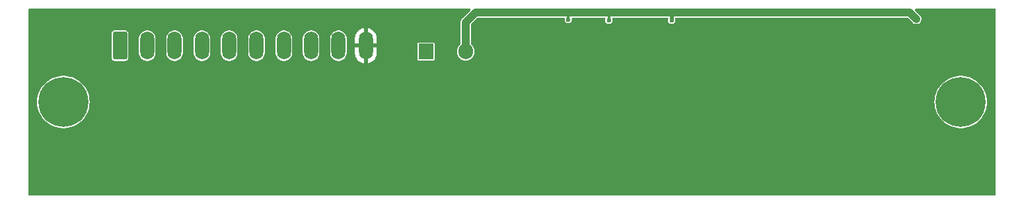
<source format=gbr>
%TF.GenerationSoftware,KiCad,Pcbnew,8.0.3*%
%TF.CreationDate,2025-03-09T15:38:32-04:00*%
%TF.ProjectId,200280rB,32303032-3830-4724-922e-6b696361645f,rev?*%
%TF.SameCoordinates,PX3473bc0PY5f5e100*%
%TF.FileFunction,Copper,L2,Bot*%
%TF.FilePolarity,Positive*%
%FSLAX46Y46*%
G04 Gerber Fmt 4.6, Leading zero omitted, Abs format (unit mm)*
G04 Created by KiCad (PCBNEW 8.0.3) date 2025-03-09 15:38:32*
%MOMM*%
%LPD*%
G01*
G04 APERTURE LIST*
G04 Aperture macros list*
%AMRoundRect*
0 Rectangle with rounded corners*
0 $1 Rounding radius*
0 $2 $3 $4 $5 $6 $7 $8 $9 X,Y pos of 4 corners*
0 Add a 4 corners polygon primitive as box body*
4,1,4,$2,$3,$4,$5,$6,$7,$8,$9,$2,$3,0*
0 Add four circle primitives for the rounded corners*
1,1,$1+$1,$2,$3*
1,1,$1+$1,$4,$5*
1,1,$1+$1,$6,$7*
1,1,$1+$1,$8,$9*
0 Add four rect primitives between the rounded corners*
20,1,$1+$1,$2,$3,$4,$5,0*
20,1,$1+$1,$4,$5,$6,$7,0*
20,1,$1+$1,$6,$7,$8,$9,0*
20,1,$1+$1,$8,$9,$2,$3,0*%
G04 Aperture macros list end*
%TA.AperFunction,ComponentPad*%
%ADD10RoundRect,0.250000X-0.650000X-1.550000X0.650000X-1.550000X0.650000X1.550000X-0.650000X1.550000X0*%
%TD*%
%TA.AperFunction,ComponentPad*%
%ADD11O,1.800000X3.600000*%
%TD*%
%TA.AperFunction,ComponentPad*%
%ADD12C,6.400000*%
%TD*%
%TA.AperFunction,ComponentPad*%
%ADD13R,1.905000X2.000000*%
%TD*%
%TA.AperFunction,ComponentPad*%
%ADD14O,1.905000X2.000000*%
%TD*%
%TA.AperFunction,ViaPad*%
%ADD15C,0.600000*%
%TD*%
%TA.AperFunction,Conductor*%
%ADD16C,0.300000*%
%TD*%
%TA.AperFunction,Conductor*%
%ADD17C,1.000000*%
%TD*%
%TA.AperFunction,Conductor*%
%ADD18C,0.500000*%
%TD*%
G04 APERTURE END LIST*
D10*
%TO.P,J1,1,Pin_1*%
%TO.N,/WallButton*%
X12250000Y19750000D03*
D11*
%TO.P,J1,2,Pin_2*%
%TO.N,unconnected-(J1-Pin_2-Pad2)*%
X15750000Y19750000D03*
%TO.P,J1,3,Pin_3*%
%TO.N,/Relay3_Motor_Opening*%
X19250000Y19750000D03*
%TO.P,J1,4,Pin_4*%
%TO.N,/Relay2_Motor_Closing*%
X22750000Y19750000D03*
%TO.P,J1,5,Pin_5*%
%TO.N,/Relay1_Light*%
X26250000Y19750000D03*
%TO.P,J1,6,Pin_6*%
%TO.N,/EndStopClosed*%
X29750000Y19750000D03*
%TO.P,J1,7,Pin_7*%
%TO.N,/EndStopOpen*%
X33250000Y19750000D03*
%TO.P,J1,8,Pin_8*%
%TO.N,/Obstruction*%
X36750000Y19750000D03*
%TO.P,J1,9,Pin_9*%
%TO.N,/PowerIn*%
X40250000Y19750000D03*
%TO.P,J1,10,Pin_10*%
%TO.N,GND*%
X43750000Y19750000D03*
%TD*%
D12*
%TO.P,H1,1,1*%
%TO.N,unconnected-(H1-Pad1)*%
X5000000Y12500000D03*
%TD*%
D13*
%TO.P,U1,1,VI*%
%TO.N,/PowerIn*%
X51460000Y19000000D03*
D14*
%TO.P,U1,2,GND*%
%TO.N,GND*%
X54000000Y19000000D03*
%TO.P,U1,3,VO*%
%TO.N,+5V*%
X56540000Y19000000D03*
%TD*%
D12*
%TO.P,H2,1,1*%
%TO.N,unconnected-(H2-Pad1)*%
X120000000Y12500000D03*
%TD*%
D15*
%TO.N,GND*%
X81200000Y12400000D03*
%TO.N,+5V*%
X74900000Y23000000D03*
%TO.N,GND*%
X72300000Y14700000D03*
X72500000Y19600000D03*
X67700000Y19600000D03*
X66000000Y15900000D03*
X63300000Y14900000D03*
X84200000Y12400000D03*
X85200000Y19000000D03*
X84100000Y11425000D03*
X113400000Y18600000D03*
X113700000Y19533000D03*
X87000000Y8500000D03*
X87500000Y11400000D03*
X113400000Y20400000D03*
X87250000Y4250000D03*
X86500000Y19000000D03*
X87400000Y17200000D03*
%TO.N,+5V*%
X69700000Y23100000D03*
X82950000Y23000000D03*
X114300000Y23200000D03*
%TD*%
D16*
%TO.N,+5V*%
X69800000Y24000000D02*
X71500000Y24000000D01*
X69700000Y23900000D02*
X69800000Y24000000D01*
X69700000Y23100000D02*
X69700000Y23900000D01*
X74900000Y23000000D02*
X74900000Y24000000D01*
D17*
X74900000Y24000000D02*
X80400000Y24000000D01*
X71500000Y24000000D02*
X74900000Y24000000D01*
X113500000Y24000000D02*
X114300000Y23200000D01*
X57800000Y24000000D02*
X71500000Y24000000D01*
X83000000Y24000000D02*
X113500000Y24000000D01*
X56540000Y19000000D02*
X56540000Y22740000D01*
X56540000Y22740000D02*
X57800000Y24000000D01*
D16*
X82950000Y23950000D02*
X83000000Y24000000D01*
D18*
X82950000Y23000000D02*
X82950000Y23950000D01*
D17*
X80400000Y24000000D02*
X83000000Y24000000D01*
%TD*%
%TA.AperFunction,Conductor*%
%TO.N,GND*%
G36*
X57133089Y24479815D02*
G01*
X57178844Y24427011D01*
X57188788Y24357853D01*
X57159763Y24294297D01*
X57153731Y24287819D01*
X56118956Y23253044D01*
X56075573Y23209661D01*
X56026954Y23161043D01*
X55954675Y23052871D01*
X55954668Y23052858D01*
X55935818Y23007347D01*
X55935815Y23007339D01*
X55904882Y22932661D01*
X55890759Y22861658D01*
X55890759Y22861657D01*
X55879500Y22805056D01*
X55879500Y20006544D01*
X55859815Y19939505D01*
X55828388Y19906228D01*
X55814932Y19896452D01*
X55814926Y19896447D01*
X55691049Y19772570D01*
X55691045Y19772565D01*
X55588079Y19630843D01*
X55508543Y19474749D01*
X55454405Y19308129D01*
X55427000Y19135100D01*
X55427000Y18864901D01*
X55454405Y18691872D01*
X55508543Y18525252D01*
X55588079Y18369158D01*
X55691045Y18227436D01*
X55691049Y18227431D01*
X55814930Y18103550D01*
X55814935Y18103546D01*
X55858951Y18071567D01*
X55956661Y18000577D01*
X56056121Y17949900D01*
X56112751Y17921044D01*
X56112753Y17921044D01*
X56112756Y17921042D01*
X56279372Y17866905D01*
X56378090Y17851270D01*
X56452401Y17839500D01*
X56452405Y17839500D01*
X56627599Y17839500D01*
X56694704Y17850129D01*
X56800628Y17866905D01*
X56967244Y17921042D01*
X57123339Y18000577D01*
X57265071Y18103551D01*
X57388949Y18227429D01*
X57491923Y18369161D01*
X57571458Y18525256D01*
X57625595Y18691872D01*
X57642371Y18797796D01*
X57653000Y18864901D01*
X57653000Y19135100D01*
X57639714Y19218982D01*
X57625595Y19308128D01*
X57571458Y19474744D01*
X57571456Y19474747D01*
X57571456Y19474749D01*
X57542600Y19531379D01*
X57491923Y19630839D01*
X57462738Y19671009D01*
X57388954Y19772565D01*
X57388950Y19772570D01*
X57265073Y19896447D01*
X57265067Y19896452D01*
X57251612Y19906228D01*
X57208948Y19961559D01*
X57200500Y20006544D01*
X57200500Y22415050D01*
X57220185Y22482089D01*
X57236819Y22502731D01*
X58037269Y23303181D01*
X58098592Y23336666D01*
X58124950Y23339500D01*
X69126096Y23339500D01*
X69193135Y23319815D01*
X69238890Y23267011D01*
X69248834Y23197853D01*
X69234765Y23100000D01*
X69253609Y22968929D01*
X69253610Y22968925D01*
X69302599Y22861657D01*
X69308619Y22848475D01*
X69395336Y22748399D01*
X69506734Y22676807D01*
X69596482Y22650455D01*
X69633789Y22639500D01*
X69633790Y22639500D01*
X69766210Y22639500D01*
X69893266Y22676807D01*
X70004664Y22748399D01*
X70091381Y22848475D01*
X70146390Y22968928D01*
X70165235Y23100000D01*
X70151166Y23197854D01*
X70161110Y23267012D01*
X70206865Y23319816D01*
X70273904Y23339500D01*
X71434946Y23339500D01*
X74355848Y23339500D01*
X74422887Y23319815D01*
X74468642Y23267011D01*
X74478586Y23197853D01*
X74468642Y23163988D01*
X74453610Y23131075D01*
X74453609Y23131072D01*
X74434765Y23000000D01*
X74453609Y22868929D01*
X74453610Y22868925D01*
X74508617Y22748479D01*
X74508619Y22748475D01*
X74595336Y22648399D01*
X74706734Y22576807D01*
X74796482Y22550455D01*
X74833789Y22539500D01*
X74833790Y22539500D01*
X74966210Y22539500D01*
X75093266Y22576807D01*
X75204664Y22648399D01*
X75291381Y22748475D01*
X75337049Y22848474D01*
X75346389Y22868925D01*
X75346390Y22868929D01*
X75355553Y22932662D01*
X75365235Y23000000D01*
X75346390Y23131072D01*
X75344621Y23134945D01*
X75331358Y23163988D01*
X75321414Y23233146D01*
X75350439Y23296702D01*
X75409217Y23334477D01*
X75444152Y23339500D01*
X80334946Y23339500D01*
X82405848Y23339500D01*
X82472887Y23319815D01*
X82518642Y23267011D01*
X82528586Y23197853D01*
X82518642Y23163988D01*
X82503610Y23131075D01*
X82503609Y23131072D01*
X82484765Y23000000D01*
X82503609Y22868929D01*
X82503610Y22868925D01*
X82558617Y22748479D01*
X82558619Y22748475D01*
X82645336Y22648399D01*
X82756734Y22576807D01*
X82846482Y22550455D01*
X82883789Y22539500D01*
X82883790Y22539500D01*
X83016210Y22539500D01*
X83143266Y22576807D01*
X83254664Y22648399D01*
X83341381Y22748475D01*
X83387049Y22848474D01*
X83396389Y22868925D01*
X83396390Y22868929D01*
X83405553Y22932662D01*
X83415235Y23000000D01*
X83396390Y23131072D01*
X83394621Y23134945D01*
X83381358Y23163988D01*
X83371414Y23233146D01*
X83400439Y23296702D01*
X83459217Y23334477D01*
X83494152Y23339500D01*
X113175050Y23339500D01*
X113242089Y23319815D01*
X113262731Y23303181D01*
X113878952Y22686959D01*
X113878955Y22686956D01*
X113987137Y22614671D01*
X114047237Y22589777D01*
X114107339Y22564882D01*
X114234941Y22539501D01*
X114234945Y22539500D01*
X114234946Y22539500D01*
X114365055Y22539500D01*
X114365056Y22539501D01*
X114492661Y22564882D01*
X114612864Y22614672D01*
X114721044Y22686956D01*
X114813044Y22778956D01*
X114885328Y22887136D01*
X114935118Y23007339D01*
X114960500Y23134946D01*
X114960500Y23265054D01*
X114935118Y23392661D01*
X114910223Y23452763D01*
X114885329Y23512863D01*
X114813044Y23621045D01*
X114813041Y23621048D01*
X114146269Y24287819D01*
X114112784Y24349142D01*
X114117768Y24418833D01*
X114159639Y24474767D01*
X114225104Y24499184D01*
X114233950Y24499500D01*
X124376000Y24499500D01*
X124443039Y24479815D01*
X124488794Y24427011D01*
X124500000Y24375500D01*
X124500000Y624500D01*
X124480315Y557461D01*
X124427511Y511706D01*
X124376000Y500500D01*
X624500Y500500D01*
X557461Y520185D01*
X511706Y572989D01*
X500500Y624500D01*
X500500Y12500003D01*
X1634564Y12500003D01*
X1634564Y12499998D01*
X1654292Y12136135D01*
X1654293Y12136118D01*
X1713243Y11776544D01*
X1713249Y11776518D01*
X1810730Y11425422D01*
X1810732Y11425415D01*
X1945608Y11086900D01*
X1945613Y11086890D01*
X2116302Y10764936D01*
X2320800Y10463325D01*
X2556709Y10185591D01*
X2821263Y9934992D01*
X3111361Y9714466D01*
X3423601Y9526597D01*
X3423605Y9526596D01*
X3423609Y9526593D01*
X3754313Y9373593D01*
X3754324Y9373588D01*
X4099650Y9257234D01*
X4455533Y9178898D01*
X4817799Y9139500D01*
X4817805Y9139500D01*
X5182195Y9139500D01*
X5182201Y9139500D01*
X5544467Y9178898D01*
X5900350Y9257234D01*
X6245676Y9373588D01*
X6576399Y9526597D01*
X6888639Y9714466D01*
X7178737Y9934992D01*
X7443291Y10185591D01*
X7679200Y10463325D01*
X7883698Y10764936D01*
X8054387Y11086890D01*
X8189266Y11425411D01*
X8286754Y11776531D01*
X8345708Y12136132D01*
X8365436Y12500000D01*
X8365436Y12500003D01*
X116634564Y12500003D01*
X116634564Y12499998D01*
X116654292Y12136135D01*
X116654293Y12136118D01*
X116713243Y11776544D01*
X116713249Y11776518D01*
X116810730Y11425422D01*
X116810732Y11425415D01*
X116945608Y11086900D01*
X116945613Y11086890D01*
X117116302Y10764936D01*
X117320800Y10463325D01*
X117556709Y10185591D01*
X117821263Y9934992D01*
X118111361Y9714466D01*
X118423601Y9526597D01*
X118423605Y9526596D01*
X118423609Y9526593D01*
X118754313Y9373593D01*
X118754324Y9373588D01*
X119099650Y9257234D01*
X119455533Y9178898D01*
X119817799Y9139500D01*
X119817805Y9139500D01*
X120182195Y9139500D01*
X120182201Y9139500D01*
X120544467Y9178898D01*
X120900350Y9257234D01*
X121245676Y9373588D01*
X121576399Y9526597D01*
X121888639Y9714466D01*
X122178737Y9934992D01*
X122443291Y10185591D01*
X122679200Y10463325D01*
X122883698Y10764936D01*
X123054387Y11086890D01*
X123189266Y11425411D01*
X123286754Y11776531D01*
X123345708Y12136132D01*
X123365436Y12500000D01*
X123345708Y12863868D01*
X123286754Y13223469D01*
X123189266Y13574589D01*
X123054387Y13913110D01*
X122883698Y14235064D01*
X122679200Y14536675D01*
X122443291Y14814409D01*
X122178737Y15065008D01*
X122178730Y15065014D01*
X122178727Y15065016D01*
X122109913Y15117327D01*
X121888639Y15285534D01*
X121681202Y15410345D01*
X121576403Y15473401D01*
X121576390Y15473408D01*
X121245686Y15626408D01*
X121245681Y15626410D01*
X121245676Y15626412D01*
X121077349Y15683128D01*
X120900349Y15742767D01*
X120544465Y15821103D01*
X120182204Y15860500D01*
X120182201Y15860500D01*
X119817799Y15860500D01*
X119817795Y15860500D01*
X119455534Y15821103D01*
X119099650Y15742767D01*
X118832705Y15652822D01*
X118754324Y15626412D01*
X118754321Y15626411D01*
X118754313Y15626408D01*
X118423609Y15473408D01*
X118423596Y15473401D01*
X118163762Y15317064D01*
X118111361Y15285534D01*
X118021445Y15217182D01*
X117821272Y15065016D01*
X117821263Y15065008D01*
X117556706Y14814407D01*
X117556701Y14814401D01*
X117320799Y14536675D01*
X117116302Y14235065D01*
X116945617Y13913119D01*
X116945608Y13913101D01*
X116810732Y13574586D01*
X116810730Y13574579D01*
X116713249Y13223483D01*
X116713243Y13223457D01*
X116654293Y12863883D01*
X116654292Y12863866D01*
X116634564Y12500003D01*
X8365436Y12500003D01*
X8345708Y12863868D01*
X8286754Y13223469D01*
X8189266Y13574589D01*
X8054387Y13913110D01*
X7883698Y14235064D01*
X7679200Y14536675D01*
X7443291Y14814409D01*
X7178737Y15065008D01*
X7178730Y15065014D01*
X7178727Y15065016D01*
X7109913Y15117327D01*
X6888639Y15285534D01*
X6681202Y15410345D01*
X6576403Y15473401D01*
X6576390Y15473408D01*
X6245686Y15626408D01*
X6245681Y15626410D01*
X6245676Y15626412D01*
X6077349Y15683128D01*
X5900349Y15742767D01*
X5544465Y15821103D01*
X5182204Y15860500D01*
X5182201Y15860500D01*
X4817799Y15860500D01*
X4817795Y15860500D01*
X4455534Y15821103D01*
X4099650Y15742767D01*
X3832705Y15652822D01*
X3754324Y15626412D01*
X3754321Y15626411D01*
X3754313Y15626408D01*
X3423609Y15473408D01*
X3423596Y15473401D01*
X3163762Y15317064D01*
X3111361Y15285534D01*
X3021445Y15217182D01*
X2821272Y15065016D01*
X2821263Y15065008D01*
X2556706Y14814407D01*
X2556701Y14814401D01*
X2320799Y14536675D01*
X2116302Y14235065D01*
X1945617Y13913119D01*
X1945608Y13913101D01*
X1810732Y13574586D01*
X1810730Y13574579D01*
X1713249Y13223483D01*
X1713243Y13223457D01*
X1654293Y12863883D01*
X1654292Y12863866D01*
X1634564Y12500003D01*
X500500Y12500003D01*
X500500Y21332308D01*
X11189500Y21332308D01*
X11189500Y18167689D01*
X11204723Y18071572D01*
X11204723Y18071571D01*
X11263760Y17955705D01*
X11263763Y17955701D01*
X11355700Y17863764D01*
X11355704Y17863761D01*
X11355706Y17863759D01*
X11471567Y17804725D01*
X11471569Y17804725D01*
X11471571Y17804724D01*
X11500728Y17800107D01*
X11567693Y17789500D01*
X12932306Y17789501D01*
X12932311Y17789501D01*
X12932311Y17789502D01*
X12980369Y17797113D01*
X13028428Y17804724D01*
X13028429Y17804724D01*
X13028430Y17804725D01*
X13028433Y17804725D01*
X13144294Y17863759D01*
X13236241Y17955706D01*
X13295275Y18071567D01*
X13310500Y18167693D01*
X13310500Y18745548D01*
X14689499Y18745548D01*
X14730253Y18540671D01*
X14730255Y18540663D01*
X14810193Y18347672D01*
X14810200Y18347659D01*
X14926255Y18173972D01*
X14926258Y18173968D01*
X15073967Y18026259D01*
X15073971Y18026256D01*
X15247658Y17910201D01*
X15247671Y17910194D01*
X15359777Y17863759D01*
X15440664Y17830255D01*
X15490834Y17820276D01*
X15645547Y17789500D01*
X15645550Y17789500D01*
X15854452Y17789500D01*
X15957593Y17810017D01*
X16059336Y17830255D01*
X16252335Y17910197D01*
X16426029Y18026256D01*
X16573744Y18173971D01*
X16689803Y18347665D01*
X16769745Y18540664D01*
X16810500Y18745548D01*
X18189499Y18745548D01*
X18230253Y18540671D01*
X18230255Y18540663D01*
X18310193Y18347672D01*
X18310200Y18347659D01*
X18426255Y18173972D01*
X18426258Y18173968D01*
X18573967Y18026259D01*
X18573971Y18026256D01*
X18747658Y17910201D01*
X18747671Y17910194D01*
X18859777Y17863759D01*
X18940664Y17830255D01*
X18990834Y17820276D01*
X19145547Y17789500D01*
X19145550Y17789500D01*
X19354452Y17789500D01*
X19457593Y17810017D01*
X19559336Y17830255D01*
X19752335Y17910197D01*
X19926029Y18026256D01*
X20073744Y18173971D01*
X20189803Y18347665D01*
X20269745Y18540664D01*
X20310500Y18745548D01*
X21689499Y18745548D01*
X21730253Y18540671D01*
X21730255Y18540663D01*
X21810193Y18347672D01*
X21810200Y18347659D01*
X21926255Y18173972D01*
X21926258Y18173968D01*
X22073967Y18026259D01*
X22073971Y18026256D01*
X22247658Y17910201D01*
X22247671Y17910194D01*
X22359777Y17863759D01*
X22440664Y17830255D01*
X22490834Y17820276D01*
X22645547Y17789500D01*
X22645550Y17789500D01*
X22854452Y17789500D01*
X22957593Y17810017D01*
X23059336Y17830255D01*
X23252335Y17910197D01*
X23426029Y18026256D01*
X23573744Y18173971D01*
X23689803Y18347665D01*
X23769745Y18540664D01*
X23810500Y18745548D01*
X25189499Y18745548D01*
X25230253Y18540671D01*
X25230255Y18540663D01*
X25310193Y18347672D01*
X25310200Y18347659D01*
X25426255Y18173972D01*
X25426258Y18173968D01*
X25573967Y18026259D01*
X25573971Y18026256D01*
X25747658Y17910201D01*
X25747671Y17910194D01*
X25859777Y17863759D01*
X25940664Y17830255D01*
X25990834Y17820276D01*
X26145547Y17789500D01*
X26145550Y17789500D01*
X26354452Y17789500D01*
X26457593Y17810017D01*
X26559336Y17830255D01*
X26752335Y17910197D01*
X26926029Y18026256D01*
X27073744Y18173971D01*
X27189803Y18347665D01*
X27269745Y18540664D01*
X27310500Y18745548D01*
X28689499Y18745548D01*
X28730253Y18540671D01*
X28730255Y18540663D01*
X28810193Y18347672D01*
X28810200Y18347659D01*
X28926255Y18173972D01*
X28926258Y18173968D01*
X29073967Y18026259D01*
X29073971Y18026256D01*
X29247658Y17910201D01*
X29247671Y17910194D01*
X29359777Y17863759D01*
X29440664Y17830255D01*
X29490834Y17820276D01*
X29645547Y17789500D01*
X29645550Y17789500D01*
X29854452Y17789500D01*
X29957593Y17810017D01*
X30059336Y17830255D01*
X30252335Y17910197D01*
X30426029Y18026256D01*
X30573744Y18173971D01*
X30689803Y18347665D01*
X30769745Y18540664D01*
X30810500Y18745548D01*
X32189499Y18745548D01*
X32230253Y18540671D01*
X32230255Y18540663D01*
X32310193Y18347672D01*
X32310200Y18347659D01*
X32426255Y18173972D01*
X32426258Y18173968D01*
X32573967Y18026259D01*
X32573971Y18026256D01*
X32747658Y17910201D01*
X32747671Y17910194D01*
X32859777Y17863759D01*
X32940664Y17830255D01*
X32990834Y17820276D01*
X33145547Y17789500D01*
X33145550Y17789500D01*
X33354452Y17789500D01*
X33457593Y17810017D01*
X33559336Y17830255D01*
X33752335Y17910197D01*
X33926029Y18026256D01*
X34073744Y18173971D01*
X34189803Y18347665D01*
X34269745Y18540664D01*
X34310500Y18745548D01*
X35689499Y18745548D01*
X35730253Y18540671D01*
X35730255Y18540663D01*
X35810193Y18347672D01*
X35810200Y18347659D01*
X35926255Y18173972D01*
X35926258Y18173968D01*
X36073967Y18026259D01*
X36073971Y18026256D01*
X36247658Y17910201D01*
X36247671Y17910194D01*
X36359777Y17863759D01*
X36440664Y17830255D01*
X36490834Y17820276D01*
X36645547Y17789500D01*
X36645550Y17789500D01*
X36854452Y17789500D01*
X36957593Y17810017D01*
X37059336Y17830255D01*
X37252335Y17910197D01*
X37426029Y18026256D01*
X37573744Y18173971D01*
X37689803Y18347665D01*
X37769745Y18540664D01*
X37810500Y18745548D01*
X39189499Y18745548D01*
X39230253Y18540671D01*
X39230255Y18540663D01*
X39310193Y18347672D01*
X39310200Y18347659D01*
X39426255Y18173972D01*
X39426258Y18173968D01*
X39573967Y18026259D01*
X39573971Y18026256D01*
X39747658Y17910201D01*
X39747671Y17910194D01*
X39859777Y17863759D01*
X39940664Y17830255D01*
X39990834Y17820276D01*
X40145547Y17789500D01*
X40145550Y17789500D01*
X40354452Y17789500D01*
X40457593Y17810017D01*
X40559336Y17830255D01*
X40752335Y17910197D01*
X40926029Y18026256D01*
X41073744Y18173971D01*
X41189803Y18347665D01*
X41269745Y18540664D01*
X41310500Y18745550D01*
X41310500Y20754450D01*
X41310500Y20754453D01*
X41309360Y20760182D01*
X42350000Y20760182D01*
X42350000Y20000000D01*
X43201518Y20000000D01*
X43190889Y19981591D01*
X43150000Y19828991D01*
X43150000Y19671009D01*
X43190889Y19518409D01*
X43201518Y19500000D01*
X42350000Y19500000D01*
X42350000Y18739819D01*
X42384473Y18522165D01*
X42452567Y18312590D01*
X42552613Y18116240D01*
X42682142Y17937959D01*
X42837958Y17782143D01*
X43016239Y17652614D01*
X43212589Y17552568D01*
X43422163Y17484474D01*
X43499999Y17472146D01*
X43500000Y17472146D01*
X43500000Y19201518D01*
X43518409Y19190889D01*
X43671009Y19150000D01*
X43828991Y19150000D01*
X43981591Y19190889D01*
X44000000Y19201518D01*
X44000000Y17472146D01*
X44077834Y17484474D01*
X44077837Y17484474D01*
X44287410Y17552568D01*
X44483760Y17652614D01*
X44662041Y17782143D01*
X44817857Y17937959D01*
X44851447Y17984192D01*
X50346999Y17984192D01*
X50356312Y17937377D01*
X50367227Y17921042D01*
X50391786Y17884286D01*
X50444876Y17848813D01*
X50491691Y17839500D01*
X50491694Y17839500D01*
X52428308Y17839500D01*
X52459518Y17845709D01*
X52475124Y17848813D01*
X52528214Y17884286D01*
X52563687Y17937376D01*
X52573000Y17984194D01*
X52573000Y20015806D01*
X52573000Y20015809D01*
X52563687Y20062624D01*
X52528214Y20115714D01*
X52475124Y20151187D01*
X52475123Y20151188D01*
X52428308Y20160500D01*
X52428306Y20160500D01*
X50491694Y20160500D01*
X50491692Y20160500D01*
X50444876Y20151188D01*
X50391786Y20115714D01*
X50356312Y20062624D01*
X50347000Y20015809D01*
X50347000Y20015806D01*
X50347000Y17984194D01*
X50347000Y17984192D01*
X50346999Y17984192D01*
X44851447Y17984192D01*
X44947386Y18116240D01*
X45047432Y18312590D01*
X45115526Y18522165D01*
X45150000Y18739819D01*
X45150000Y19500000D01*
X44298482Y19500000D01*
X44309111Y19518409D01*
X44350000Y19671009D01*
X44350000Y19828991D01*
X44309111Y19981591D01*
X44298482Y20000000D01*
X45150000Y20000000D01*
X45150000Y20760182D01*
X45115526Y20977836D01*
X45047432Y21187411D01*
X44947386Y21383761D01*
X44817857Y21562042D01*
X44662041Y21717858D01*
X44483760Y21847387D01*
X44287410Y21947433D01*
X44077836Y22015527D01*
X44000000Y22027856D01*
X44000000Y20298483D01*
X43981591Y20309111D01*
X43828991Y20350000D01*
X43671009Y20350000D01*
X43518409Y20309111D01*
X43500000Y20298483D01*
X43500000Y22027856D01*
X43422164Y22015527D01*
X43422161Y22015527D01*
X43212589Y21947433D01*
X43016239Y21847387D01*
X42837958Y21717858D01*
X42682142Y21562042D01*
X42552613Y21383761D01*
X42452567Y21187411D01*
X42384473Y20977836D01*
X42350000Y20760182D01*
X41309360Y20760182D01*
X41269746Y20959330D01*
X41269745Y20959336D01*
X41249759Y21007586D01*
X41189806Y21152329D01*
X41189799Y21152342D01*
X41073744Y21326029D01*
X41073741Y21326033D01*
X40926032Y21473742D01*
X40926028Y21473745D01*
X40752341Y21589800D01*
X40752328Y21589807D01*
X40559337Y21669745D01*
X40559329Y21669747D01*
X40354452Y21710500D01*
X40354450Y21710500D01*
X40145550Y21710500D01*
X40145548Y21710500D01*
X39940670Y21669747D01*
X39940662Y21669745D01*
X39747671Y21589807D01*
X39747658Y21589800D01*
X39573971Y21473745D01*
X39573967Y21473742D01*
X39426258Y21326033D01*
X39426255Y21326029D01*
X39310200Y21152342D01*
X39310193Y21152329D01*
X39230255Y20959338D01*
X39230253Y20959330D01*
X39189500Y20754453D01*
X39189500Y20754450D01*
X39189500Y18745550D01*
X39189500Y18745548D01*
X39189499Y18745548D01*
X37810500Y18745548D01*
X37810500Y18745550D01*
X37810500Y20754450D01*
X37810500Y20754453D01*
X37769746Y20959330D01*
X37769745Y20959336D01*
X37749759Y21007586D01*
X37689806Y21152329D01*
X37689799Y21152342D01*
X37573744Y21326029D01*
X37573741Y21326033D01*
X37426032Y21473742D01*
X37426028Y21473745D01*
X37252341Y21589800D01*
X37252328Y21589807D01*
X37059337Y21669745D01*
X37059329Y21669747D01*
X36854452Y21710500D01*
X36854450Y21710500D01*
X36645550Y21710500D01*
X36645548Y21710500D01*
X36440670Y21669747D01*
X36440662Y21669745D01*
X36247671Y21589807D01*
X36247658Y21589800D01*
X36073971Y21473745D01*
X36073967Y21473742D01*
X35926258Y21326033D01*
X35926255Y21326029D01*
X35810200Y21152342D01*
X35810193Y21152329D01*
X35730255Y20959338D01*
X35730253Y20959330D01*
X35689500Y20754453D01*
X35689500Y20754450D01*
X35689500Y18745550D01*
X35689500Y18745548D01*
X35689499Y18745548D01*
X34310500Y18745548D01*
X34310500Y18745550D01*
X34310500Y20754450D01*
X34310500Y20754453D01*
X34269746Y20959330D01*
X34269745Y20959336D01*
X34249759Y21007586D01*
X34189806Y21152329D01*
X34189799Y21152342D01*
X34073744Y21326029D01*
X34073741Y21326033D01*
X33926032Y21473742D01*
X33926028Y21473745D01*
X33752341Y21589800D01*
X33752328Y21589807D01*
X33559337Y21669745D01*
X33559329Y21669747D01*
X33354452Y21710500D01*
X33354450Y21710500D01*
X33145550Y21710500D01*
X33145548Y21710500D01*
X32940670Y21669747D01*
X32940662Y21669745D01*
X32747671Y21589807D01*
X32747658Y21589800D01*
X32573971Y21473745D01*
X32573967Y21473742D01*
X32426258Y21326033D01*
X32426255Y21326029D01*
X32310200Y21152342D01*
X32310193Y21152329D01*
X32230255Y20959338D01*
X32230253Y20959330D01*
X32189500Y20754453D01*
X32189500Y20754450D01*
X32189500Y18745550D01*
X32189500Y18745548D01*
X32189499Y18745548D01*
X30810500Y18745548D01*
X30810500Y18745550D01*
X30810500Y20754450D01*
X30810500Y20754453D01*
X30769746Y20959330D01*
X30769745Y20959336D01*
X30749759Y21007586D01*
X30689806Y21152329D01*
X30689799Y21152342D01*
X30573744Y21326029D01*
X30573741Y21326033D01*
X30426032Y21473742D01*
X30426028Y21473745D01*
X30252341Y21589800D01*
X30252328Y21589807D01*
X30059337Y21669745D01*
X30059329Y21669747D01*
X29854452Y21710500D01*
X29854450Y21710500D01*
X29645550Y21710500D01*
X29645548Y21710500D01*
X29440670Y21669747D01*
X29440662Y21669745D01*
X29247671Y21589807D01*
X29247658Y21589800D01*
X29073971Y21473745D01*
X29073967Y21473742D01*
X28926258Y21326033D01*
X28926255Y21326029D01*
X28810200Y21152342D01*
X28810193Y21152329D01*
X28730255Y20959338D01*
X28730253Y20959330D01*
X28689500Y20754453D01*
X28689500Y20754450D01*
X28689500Y18745550D01*
X28689500Y18745548D01*
X28689499Y18745548D01*
X27310500Y18745548D01*
X27310500Y18745550D01*
X27310500Y20754450D01*
X27310500Y20754453D01*
X27269746Y20959330D01*
X27269745Y20959336D01*
X27249759Y21007586D01*
X27189806Y21152329D01*
X27189799Y21152342D01*
X27073744Y21326029D01*
X27073741Y21326033D01*
X26926032Y21473742D01*
X26926028Y21473745D01*
X26752341Y21589800D01*
X26752328Y21589807D01*
X26559337Y21669745D01*
X26559329Y21669747D01*
X26354452Y21710500D01*
X26354450Y21710500D01*
X26145550Y21710500D01*
X26145548Y21710500D01*
X25940670Y21669747D01*
X25940662Y21669745D01*
X25747671Y21589807D01*
X25747658Y21589800D01*
X25573971Y21473745D01*
X25573967Y21473742D01*
X25426258Y21326033D01*
X25426255Y21326029D01*
X25310200Y21152342D01*
X25310193Y21152329D01*
X25230255Y20959338D01*
X25230253Y20959330D01*
X25189500Y20754453D01*
X25189500Y20754450D01*
X25189500Y18745550D01*
X25189500Y18745548D01*
X25189499Y18745548D01*
X23810500Y18745548D01*
X23810500Y18745550D01*
X23810500Y20754450D01*
X23810500Y20754453D01*
X23769746Y20959330D01*
X23769745Y20959336D01*
X23749759Y21007586D01*
X23689806Y21152329D01*
X23689799Y21152342D01*
X23573744Y21326029D01*
X23573741Y21326033D01*
X23426032Y21473742D01*
X23426028Y21473745D01*
X23252341Y21589800D01*
X23252328Y21589807D01*
X23059337Y21669745D01*
X23059329Y21669747D01*
X22854452Y21710500D01*
X22854450Y21710500D01*
X22645550Y21710500D01*
X22645548Y21710500D01*
X22440670Y21669747D01*
X22440662Y21669745D01*
X22247671Y21589807D01*
X22247658Y21589800D01*
X22073971Y21473745D01*
X22073967Y21473742D01*
X21926258Y21326033D01*
X21926255Y21326029D01*
X21810200Y21152342D01*
X21810193Y21152329D01*
X21730255Y20959338D01*
X21730253Y20959330D01*
X21689500Y20754453D01*
X21689500Y20754450D01*
X21689500Y18745550D01*
X21689500Y18745548D01*
X21689499Y18745548D01*
X20310500Y18745548D01*
X20310500Y18745550D01*
X20310500Y20754450D01*
X20310500Y20754453D01*
X20269746Y20959330D01*
X20269745Y20959336D01*
X20249759Y21007586D01*
X20189806Y21152329D01*
X20189799Y21152342D01*
X20073744Y21326029D01*
X20073741Y21326033D01*
X19926032Y21473742D01*
X19926028Y21473745D01*
X19752341Y21589800D01*
X19752328Y21589807D01*
X19559337Y21669745D01*
X19559329Y21669747D01*
X19354452Y21710500D01*
X19354450Y21710500D01*
X19145550Y21710500D01*
X19145548Y21710500D01*
X18940670Y21669747D01*
X18940662Y21669745D01*
X18747671Y21589807D01*
X18747658Y21589800D01*
X18573971Y21473745D01*
X18573967Y21473742D01*
X18426258Y21326033D01*
X18426255Y21326029D01*
X18310200Y21152342D01*
X18310193Y21152329D01*
X18230255Y20959338D01*
X18230253Y20959330D01*
X18189500Y20754453D01*
X18189500Y20754450D01*
X18189500Y18745550D01*
X18189500Y18745548D01*
X18189499Y18745548D01*
X16810500Y18745548D01*
X16810500Y18745550D01*
X16810500Y20754450D01*
X16810500Y20754453D01*
X16769746Y20959330D01*
X16769745Y20959336D01*
X16749759Y21007586D01*
X16689806Y21152329D01*
X16689799Y21152342D01*
X16573744Y21326029D01*
X16573741Y21326033D01*
X16426032Y21473742D01*
X16426028Y21473745D01*
X16252341Y21589800D01*
X16252328Y21589807D01*
X16059337Y21669745D01*
X16059329Y21669747D01*
X15854452Y21710500D01*
X15854450Y21710500D01*
X15645550Y21710500D01*
X15645548Y21710500D01*
X15440670Y21669747D01*
X15440662Y21669745D01*
X15247671Y21589807D01*
X15247658Y21589800D01*
X15073971Y21473745D01*
X15073967Y21473742D01*
X14926258Y21326033D01*
X14926255Y21326029D01*
X14810200Y21152342D01*
X14810193Y21152329D01*
X14730255Y20959338D01*
X14730253Y20959330D01*
X14689500Y20754453D01*
X14689500Y20754450D01*
X14689500Y18745550D01*
X14689500Y18745548D01*
X14689499Y18745548D01*
X13310500Y18745548D01*
X13310499Y21332306D01*
X13310499Y21332308D01*
X13310499Y21332312D01*
X13295276Y21428429D01*
X13295276Y21428430D01*
X13295275Y21428432D01*
X13295275Y21428433D01*
X13236241Y21544294D01*
X13236239Y21544296D01*
X13236236Y21544300D01*
X13144299Y21636237D01*
X13144295Y21636240D01*
X13144294Y21636241D01*
X13028433Y21695275D01*
X13028431Y21695276D01*
X13028428Y21695277D01*
X12932307Y21710500D01*
X11567688Y21710500D01*
X11567688Y21710499D01*
X11471571Y21695277D01*
X11471570Y21695277D01*
X11355704Y21636240D01*
X11355700Y21636237D01*
X11263763Y21544300D01*
X11263760Y21544296D01*
X11204723Y21428429D01*
X11189500Y21332308D01*
X500500Y21332308D01*
X500500Y24375500D01*
X520185Y24442539D01*
X572989Y24488294D01*
X624500Y24499500D01*
X57066050Y24499500D01*
X57133089Y24479815D01*
G37*
%TD.AperFunction*%
%TD*%
M02*

</source>
